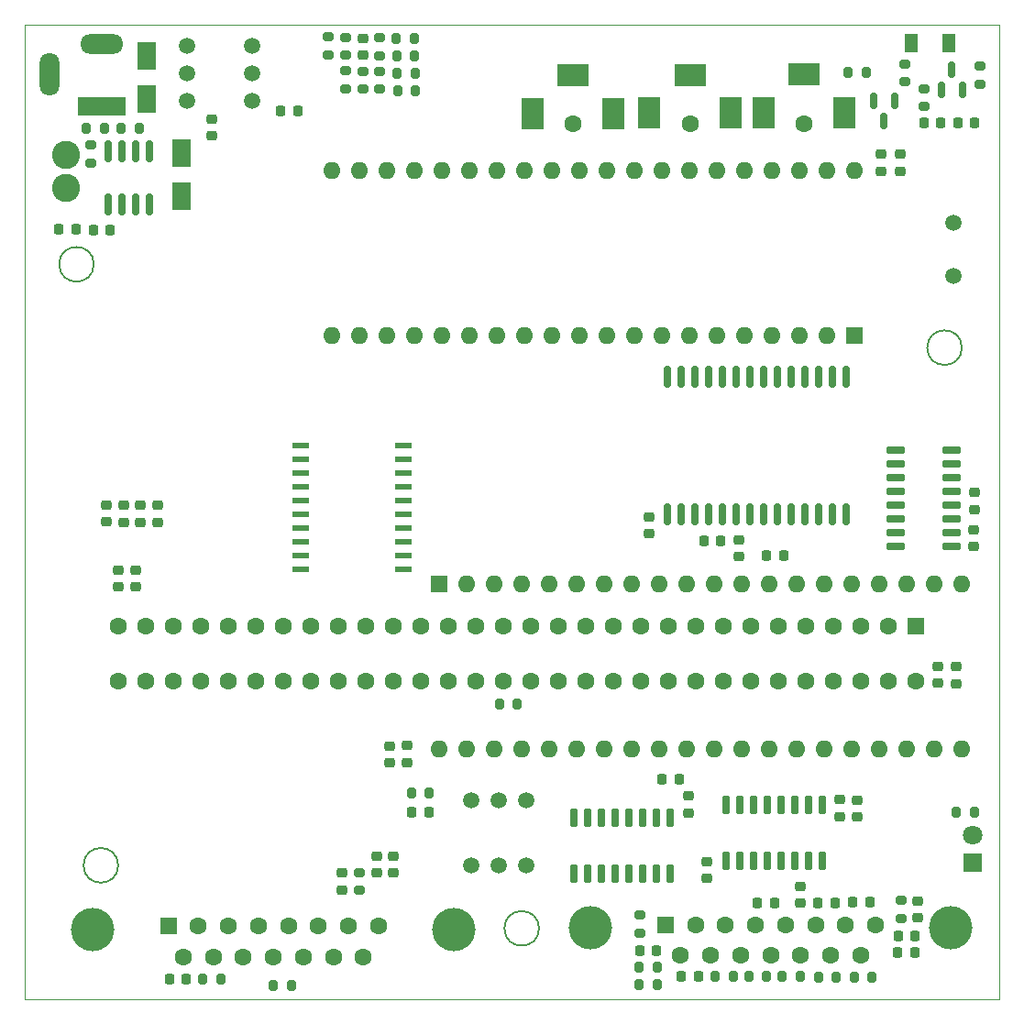
<source format=gbs>
%TF.GenerationSoftware,KiCad,Pcbnew,8.0.7-1.fc39*%
%TF.CreationDate,2025-01-27T15:10:01+03:00*%
%TF.ProjectId,rev.1_f,7265762e-315f-4662-9e6b-696361645f70,rev?*%
%TF.SameCoordinates,Original*%
%TF.FileFunction,Soldermask,Bot*%
%TF.FilePolarity,Negative*%
%FSLAX46Y46*%
G04 Gerber Fmt 4.6, Leading zero omitted, Abs format (unit mm)*
G04 Created by KiCad (PCBNEW 8.0.7-1.fc39) date 2025-01-27 15:10:01*
%MOMM*%
%LPD*%
G01*
G04 APERTURE LIST*
G04 Aperture macros list*
%AMRoundRect*
0 Rectangle with rounded corners*
0 $1 Rounding radius*
0 $2 $3 $4 $5 $6 $7 $8 $9 X,Y pos of 4 corners*
0 Add a 4 corners polygon primitive as box body*
4,1,4,$2,$3,$4,$5,$6,$7,$8,$9,$2,$3,0*
0 Add four circle primitives for the rounded corners*
1,1,$1+$1,$2,$3*
1,1,$1+$1,$4,$5*
1,1,$1+$1,$6,$7*
1,1,$1+$1,$8,$9*
0 Add four rect primitives between the rounded corners*
20,1,$1+$1,$2,$3,$4,$5,0*
20,1,$1+$1,$4,$5,$6,$7,0*
20,1,$1+$1,$6,$7,$8,$9,0*
20,1,$1+$1,$8,$9,$2,$3,0*%
G04 Aperture macros list end*
%ADD10C,4.000000*%
%ADD11R,1.600000X1.600000*%
%ADD12C,1.600000*%
%ADD13C,1.500000*%
%ADD14R,3.000000X2.000000*%
%ADD15R,2.000000X3.000000*%
%ADD16R,4.400000X1.800000*%
%ADD17O,4.000000X1.800000*%
%ADD18O,1.800000X4.000000*%
%ADD19C,2.600000*%
%ADD20R,1.800000X1.800000*%
%ADD21C,1.800000*%
%ADD22RoundRect,0.200000X-0.275000X0.200000X-0.275000X-0.200000X0.275000X-0.200000X0.275000X0.200000X0*%
%ADD23RoundRect,0.225000X0.250000X-0.225000X0.250000X0.225000X-0.250000X0.225000X-0.250000X-0.225000X0*%
%ADD24RoundRect,0.225000X-0.250000X0.225000X-0.250000X-0.225000X0.250000X-0.225000X0.250000X0.225000X0*%
%ADD25RoundRect,0.225000X0.225000X0.250000X-0.225000X0.250000X-0.225000X-0.250000X0.225000X-0.250000X0*%
%ADD26RoundRect,0.218750X0.256250X-0.218750X0.256250X0.218750X-0.256250X0.218750X-0.256250X-0.218750X0*%
%ADD27RoundRect,0.218750X0.218750X0.256250X-0.218750X0.256250X-0.218750X-0.256250X0.218750X-0.256250X0*%
%ADD28RoundRect,0.200000X0.200000X0.275000X-0.200000X0.275000X-0.200000X-0.275000X0.200000X-0.275000X0*%
%ADD29RoundRect,0.218750X-0.256250X0.218750X-0.256250X-0.218750X0.256250X-0.218750X0.256250X0.218750X0*%
%ADD30RoundRect,0.150000X0.150000X-0.725000X0.150000X0.725000X-0.150000X0.725000X-0.150000X-0.725000X0*%
%ADD31RoundRect,0.200000X0.275000X-0.200000X0.275000X0.200000X-0.275000X0.200000X-0.275000X-0.200000X0*%
%ADD32RoundRect,0.200000X-0.200000X-0.275000X0.200000X-0.275000X0.200000X0.275000X-0.200000X0.275000X0*%
%ADD33RoundRect,0.218750X-0.218750X-0.256250X0.218750X-0.256250X0.218750X0.256250X-0.218750X0.256250X0*%
%ADD34O,1.600000X1.600000*%
%ADD35RoundRect,0.150000X-0.725000X-0.150000X0.725000X-0.150000X0.725000X0.150000X-0.725000X0.150000X0*%
%ADD36RoundRect,0.150000X0.150000X-0.825000X0.150000X0.825000X-0.150000X0.825000X-0.150000X-0.825000X0*%
%ADD37RoundRect,0.225000X-0.225000X-0.250000X0.225000X-0.250000X0.225000X0.250000X-0.225000X0.250000X0*%
%ADD38R,1.800000X2.500000*%
%ADD39R,1.300000X1.700000*%
%ADD40RoundRect,0.150000X0.150000X-0.587500X0.150000X0.587500X-0.150000X0.587500X-0.150000X-0.587500X0*%
%ADD41R,1.500000X0.600000*%
%ADD42RoundRect,0.150000X-0.150000X0.875000X-0.150000X-0.875000X0.150000X-0.875000X0.150000X0.875000X0*%
%ADD43RoundRect,0.150000X-0.150000X0.587500X-0.150000X-0.587500X0.150000X-0.587500X0.150000X0.587500X0*%
%TA.AperFunction,Profile*%
%ADD44C,0.200000*%
%TD*%
%TA.AperFunction,Profile*%
%ADD45C,0.100000*%
%TD*%
G04 APERTURE END LIST*
D10*
%TO.C,X5*%
X157350000Y-137580000D03*
X190650000Y-137580000D03*
D11*
X164305000Y-137280000D03*
D12*
X167075000Y-137280000D03*
X169845000Y-137280000D03*
X172615000Y-137280000D03*
X175385000Y-137280000D03*
X178155000Y-137280000D03*
X180925000Y-137280000D03*
X183695000Y-137280000D03*
X165690000Y-140120000D03*
X168460000Y-140120000D03*
X171230000Y-140120000D03*
X174000000Y-140120000D03*
X176770000Y-140120000D03*
X179540000Y-140120000D03*
X182310000Y-140120000D03*
%TD*%
D13*
%TO.C,SW2*%
X120125000Y-61150000D03*
X120125000Y-58610000D03*
X120125000Y-56070000D03*
X126125000Y-61150000D03*
X126125000Y-58610000D03*
X126125000Y-56070000D03*
%TD*%
D12*
%TO.C,X4*%
X155745000Y-63320000D03*
D14*
X155745000Y-58820000D03*
D15*
X159495000Y-62320000D03*
X151995000Y-62320000D03*
%TD*%
D10*
%TO.C,X2*%
X111425000Y-137710000D03*
X144725000Y-137710000D03*
D11*
X118380000Y-137410000D03*
D12*
X121150000Y-137410000D03*
X123920000Y-137410000D03*
X126690000Y-137410000D03*
X129460000Y-137410000D03*
X132230000Y-137410000D03*
X135000000Y-137410000D03*
X137770000Y-137410000D03*
X119765000Y-140250000D03*
X122535000Y-140250000D03*
X125305000Y-140250000D03*
X128075000Y-140250000D03*
X130845000Y-140250000D03*
X133615000Y-140250000D03*
X136385000Y-140250000D03*
%TD*%
D16*
%TO.C,X1*%
X112215000Y-61710000D03*
D17*
X112215000Y-55910000D03*
D18*
X107415000Y-58710000D03*
%TD*%
D19*
%TO.C,L4*%
X108925000Y-69180000D03*
X108925000Y-66180000D03*
%TD*%
D13*
%TO.C,SW1*%
X151435000Y-131770000D03*
X148895000Y-131770000D03*
X146355000Y-131770000D03*
X151435000Y-125770000D03*
X148895000Y-125770000D03*
X146355000Y-125770000D03*
%TD*%
D12*
%TO.C,X6*%
X177085000Y-63250000D03*
D14*
X177085000Y-58750000D03*
D15*
X180835000Y-62250000D03*
X173335000Y-62250000D03*
%TD*%
D20*
%TO.C,D3*%
X192695000Y-131540000D03*
D21*
X192695000Y-129000000D03*
%TD*%
D11*
%TO.C,XP1*%
X187415000Y-109730000D03*
D12*
X184875000Y-109730000D03*
X182335000Y-109730000D03*
X179795000Y-109730000D03*
X177255000Y-109730000D03*
X174715000Y-109730000D03*
X172175000Y-109730000D03*
X169635000Y-109730000D03*
X167095000Y-109730000D03*
X164555000Y-109730000D03*
X162015000Y-109730000D03*
X159475000Y-109730000D03*
X156935000Y-109730000D03*
X154395000Y-109730000D03*
X151855000Y-109730000D03*
X149315000Y-109730000D03*
X146775000Y-109730000D03*
X144235000Y-109730000D03*
X141695000Y-109730000D03*
X139155000Y-109730000D03*
X136615000Y-109730000D03*
X134075000Y-109730000D03*
X131535000Y-109730000D03*
X128995000Y-109730000D03*
X126455000Y-109730000D03*
X123915000Y-109730000D03*
X121375000Y-109730000D03*
X118835000Y-109730000D03*
X116295000Y-109730000D03*
X113755000Y-109730000D03*
X187415000Y-114810000D03*
X184875000Y-114810000D03*
X182335000Y-114810000D03*
X179795000Y-114810000D03*
X177255000Y-114810000D03*
X174715000Y-114810000D03*
X172175000Y-114810000D03*
X169635000Y-114810000D03*
X167095000Y-114810000D03*
X164555000Y-114810000D03*
X162015000Y-114810000D03*
X159475000Y-114810000D03*
X156935000Y-114810000D03*
X154395000Y-114810000D03*
X151855000Y-114810000D03*
X149315000Y-114810000D03*
X146775000Y-114810000D03*
X144235000Y-114810000D03*
X141695000Y-114810000D03*
X139155000Y-114810000D03*
X136615000Y-114810000D03*
X134075000Y-114810000D03*
X131535000Y-114810000D03*
X128995000Y-114810000D03*
X126455000Y-114810000D03*
X123915000Y-114810000D03*
X121375000Y-114810000D03*
X118835000Y-114810000D03*
X116295000Y-114810000D03*
X113755000Y-114810000D03*
%TD*%
%TO.C,X3*%
X166545000Y-63270000D03*
D14*
X166545000Y-58770000D03*
D15*
X170295000Y-62270000D03*
X162795000Y-62270000D03*
%TD*%
D22*
%TO.C,R36*%
X161945000Y-136385000D03*
X161945000Y-138035000D03*
%TD*%
D23*
%TO.C,C6*%
X192765000Y-102325000D03*
X192765000Y-100775000D03*
%TD*%
D24*
%TO.C,C4*%
X138815000Y-120740000D03*
X138815000Y-122290000D03*
%TD*%
D25*
%TO.C,C39*%
X167330000Y-142060000D03*
X165780000Y-142060000D03*
%TD*%
D26*
%TO.C,L7*%
X112685000Y-100077500D03*
X112685000Y-98502500D03*
%TD*%
D24*
%TO.C,C12*%
X162800000Y-99625000D03*
X162800000Y-101175000D03*
%TD*%
D27*
%TO.C,L16*%
X187334500Y-139865000D03*
X185759500Y-139865000D03*
%TD*%
D22*
%TO.C,R19*%
X136345000Y-58435000D03*
X136345000Y-60085000D03*
%TD*%
D28*
%TO.C,R30*%
X183350000Y-142110000D03*
X181700000Y-142110000D03*
%TD*%
D29*
%TO.C,L11*%
X137590000Y-130922500D03*
X137590000Y-132497500D03*
%TD*%
D25*
%TO.C,C21*%
X120050000Y-142260000D03*
X118500000Y-142260000D03*
%TD*%
D30*
%TO.C,DD8*%
X164710000Y-132560000D03*
X163440000Y-132560000D03*
X162170000Y-132560000D03*
X160900000Y-132560000D03*
X159630000Y-132560000D03*
X158360000Y-132560000D03*
X157090000Y-132560000D03*
X155820000Y-132560000D03*
X155820000Y-127410000D03*
X157090000Y-127410000D03*
X158360000Y-127410000D03*
X159630000Y-127410000D03*
X160900000Y-127410000D03*
X162170000Y-127410000D03*
X163440000Y-127410000D03*
X164710000Y-127410000D03*
%TD*%
D22*
%TO.C,R22*%
X133175000Y-55265000D03*
X133175000Y-56915000D03*
%TD*%
D13*
%TO.C,Z1*%
X190900000Y-72450000D03*
X190900000Y-77330000D03*
%TD*%
D29*
%TO.C,L10*%
X113775000Y-104505000D03*
X113775000Y-106080000D03*
%TD*%
D25*
%TO.C,C1*%
X142430000Y-126870000D03*
X140880000Y-126870000D03*
%TD*%
D31*
%TO.C,R32*%
X186395000Y-59400000D03*
X186395000Y-57750000D03*
%TD*%
D32*
%TO.C,R3*%
X114030000Y-63710000D03*
X115680000Y-63710000D03*
%TD*%
D33*
%TO.C,L14*%
X188147500Y-63200000D03*
X189722500Y-63200000D03*
%TD*%
D24*
%TO.C,C17*%
X181995000Y-125745000D03*
X181995000Y-127295000D03*
%TD*%
D31*
%TO.C,R5*%
X111195000Y-66915000D03*
X111195000Y-65265000D03*
%TD*%
D11*
%TO.C,DD2*%
X181770000Y-82865000D03*
D34*
X179230000Y-82865000D03*
X176690000Y-82865000D03*
X174150000Y-82865000D03*
X171610000Y-82865000D03*
X169070000Y-82865000D03*
X166530000Y-82865000D03*
X163990000Y-82865000D03*
X161450000Y-82865000D03*
X158910000Y-82865000D03*
X156370000Y-82865000D03*
X153830000Y-82865000D03*
X151290000Y-82865000D03*
X148750000Y-82865000D03*
X146210000Y-82865000D03*
X143670000Y-82865000D03*
X141130000Y-82865000D03*
X138590000Y-82865000D03*
X136050000Y-82865000D03*
X133510000Y-82865000D03*
X133510000Y-67625000D03*
X136050000Y-67625000D03*
X138590000Y-67625000D03*
X141130000Y-67625000D03*
X143670000Y-67625000D03*
X146210000Y-67625000D03*
X148750000Y-67625000D03*
X151290000Y-67625000D03*
X153830000Y-67625000D03*
X156370000Y-67625000D03*
X158910000Y-67625000D03*
X161450000Y-67625000D03*
X163990000Y-67625000D03*
X166530000Y-67625000D03*
X169070000Y-67625000D03*
X171610000Y-67625000D03*
X174150000Y-67625000D03*
X176690000Y-67625000D03*
X179230000Y-67625000D03*
X181770000Y-67625000D03*
%TD*%
D35*
%TO.C,DD4*%
X185570000Y-102355000D03*
X185570000Y-101085000D03*
X185570000Y-99815000D03*
X185570000Y-98545000D03*
X185570000Y-97275000D03*
X185570000Y-96005000D03*
X185570000Y-94735000D03*
X185570000Y-93465000D03*
X190720000Y-93465000D03*
X190720000Y-94735000D03*
X190720000Y-96005000D03*
X190720000Y-97275000D03*
X190720000Y-98545000D03*
X190720000Y-99815000D03*
X190720000Y-101085000D03*
X190720000Y-102355000D03*
%TD*%
D28*
%TO.C,R40*%
X163530000Y-142760000D03*
X161880000Y-142760000D03*
%TD*%
D24*
%TO.C,C16*%
X117355000Y-98535000D03*
X117355000Y-100085000D03*
%TD*%
D36*
%TO.C,DA1*%
X116670000Y-70765000D03*
X115400000Y-70765000D03*
X114130000Y-70765000D03*
X112860000Y-70765000D03*
X112860000Y-65815000D03*
X114130000Y-65815000D03*
X115400000Y-65815000D03*
X116670000Y-65815000D03*
%TD*%
D25*
%TO.C,C7*%
X113015000Y-73070000D03*
X111465000Y-73070000D03*
%TD*%
D24*
%TO.C,C15*%
X115785000Y-98535000D03*
X115785000Y-100085000D03*
%TD*%
D23*
%TO.C,C22*%
X139170000Y-132485000D03*
X139170000Y-130935000D03*
%TD*%
D30*
%TO.C,DD7*%
X178740000Y-131335000D03*
X177470000Y-131335000D03*
X176200000Y-131335000D03*
X174930000Y-131335000D03*
X173660000Y-131335000D03*
X172390000Y-131335000D03*
X171120000Y-131335000D03*
X169850000Y-131335000D03*
X169850000Y-126185000D03*
X171120000Y-126185000D03*
X172390000Y-126185000D03*
X173660000Y-126185000D03*
X174930000Y-126185000D03*
X176200000Y-126185000D03*
X177470000Y-126185000D03*
X178740000Y-126185000D03*
%TD*%
D28*
%TO.C,R26*%
X141150000Y-58610000D03*
X139500000Y-58610000D03*
%TD*%
D32*
%TO.C,R8*%
X121550000Y-142260000D03*
X123200000Y-142260000D03*
%TD*%
D22*
%TO.C,R20*%
X134745000Y-55295000D03*
X134745000Y-56945000D03*
%TD*%
D24*
%TO.C,C2*%
X122385000Y-62865000D03*
X122385000Y-64415000D03*
%TD*%
D37*
%TO.C,C10*%
X108290000Y-73060000D03*
X109840000Y-73060000D03*
%TD*%
D28*
%TO.C,R12*%
X150600000Y-116880000D03*
X148950000Y-116880000D03*
%TD*%
D25*
%TO.C,C35*%
X163460000Y-139680000D03*
X161910000Y-139680000D03*
%TD*%
D26*
%TO.C,L8*%
X180385000Y-127297500D03*
X180385000Y-125722500D03*
%TD*%
D28*
%TO.C,R6*%
X192810000Y-126850000D03*
X191160000Y-126850000D03*
%TD*%
D11*
%TO.C,DD1*%
X143410000Y-105785000D03*
D34*
X145950000Y-105785000D03*
X148490000Y-105785000D03*
X151030000Y-105785000D03*
X153570000Y-105785000D03*
X156110000Y-105785000D03*
X158650000Y-105785000D03*
X161190000Y-105785000D03*
X163730000Y-105785000D03*
X166270000Y-105785000D03*
X168810000Y-105785000D03*
X171350000Y-105785000D03*
X173890000Y-105785000D03*
X176430000Y-105785000D03*
X178970000Y-105785000D03*
X181510000Y-105785000D03*
X184050000Y-105785000D03*
X186590000Y-105785000D03*
X189130000Y-105785000D03*
X191670000Y-105785000D03*
X191670000Y-121025000D03*
X189130000Y-121025000D03*
X186590000Y-121025000D03*
X184050000Y-121025000D03*
X181510000Y-121025000D03*
X178970000Y-121025000D03*
X176430000Y-121025000D03*
X173890000Y-121025000D03*
X171350000Y-121025000D03*
X168810000Y-121025000D03*
X166270000Y-121025000D03*
X163730000Y-121025000D03*
X161190000Y-121025000D03*
X158650000Y-121025000D03*
X156110000Y-121025000D03*
X153570000Y-121025000D03*
X151030000Y-121025000D03*
X148490000Y-121025000D03*
X145950000Y-121025000D03*
X143410000Y-121025000D03*
%TD*%
D29*
%TO.C,L12*%
X191145000Y-113435000D03*
X191145000Y-115010000D03*
%TD*%
D38*
%TO.C,D2*%
X119565000Y-70000000D03*
X119565000Y-66000000D03*
%TD*%
D32*
%TO.C,R43*%
X181180000Y-58510000D03*
X182830000Y-58510000D03*
%TD*%
D22*
%TO.C,R24*%
X137915000Y-55335000D03*
X137915000Y-56985000D03*
%TD*%
D27*
%TO.C,L6*%
X175187500Y-103200000D03*
X173612500Y-103200000D03*
%TD*%
D31*
%TO.C,R31*%
X193345000Y-59625000D03*
X193345000Y-57975000D03*
%TD*%
D23*
%TO.C,C19*%
X115355000Y-106075000D03*
X115355000Y-104525000D03*
%TD*%
D39*
%TO.C,D4*%
X186975000Y-55800000D03*
X190475000Y-55800000D03*
%TD*%
D28*
%TO.C,R44*%
X170525000Y-142060000D03*
X168875000Y-142060000D03*
%TD*%
D37*
%TO.C,C29*%
X178380000Y-135230000D03*
X179930000Y-135230000D03*
%TD*%
D32*
%TO.C,R29*%
X178400000Y-142090000D03*
X180050000Y-142090000D03*
%TD*%
D28*
%TO.C,R28*%
X141190000Y-60250000D03*
X139540000Y-60250000D03*
%TD*%
D38*
%TO.C,D1*%
X116415000Y-61010000D03*
X116415000Y-57010000D03*
%TD*%
D37*
%TO.C,C42*%
X191290000Y-63170000D03*
X192840000Y-63170000D03*
%TD*%
D40*
%TO.C,Q2*%
X191695000Y-60177500D03*
X189795000Y-60177500D03*
X190745000Y-58302500D03*
%TD*%
D28*
%TO.C,R4*%
X112480000Y-63690000D03*
X110830000Y-63690000D03*
%TD*%
D23*
%TO.C,C5*%
X185973000Y-67675000D03*
X185973000Y-66125000D03*
%TD*%
D22*
%TO.C,R21*%
X134755000Y-58415000D03*
X134755000Y-60065000D03*
%TD*%
D23*
%TO.C,C26*%
X136345000Y-56925000D03*
X136345000Y-55375000D03*
%TD*%
D24*
%TO.C,C14*%
X114265000Y-98535000D03*
X114265000Y-100085000D03*
%TD*%
D28*
%TO.C,R27*%
X141090000Y-55450000D03*
X139440000Y-55450000D03*
%TD*%
D33*
%TO.C,L13*%
X128767500Y-62080000D03*
X130342500Y-62080000D03*
%TD*%
D31*
%TO.C,R7*%
X135990000Y-134085000D03*
X135990000Y-132435000D03*
%TD*%
D41*
%TO.C,DD3*%
X130595000Y-104405000D03*
X130595000Y-103135000D03*
X130595000Y-101865000D03*
X130595000Y-100595000D03*
X130595000Y-99325000D03*
X130595000Y-98055000D03*
X130595000Y-96785000D03*
X130595000Y-95515000D03*
X130595000Y-94245000D03*
X130595000Y-92975000D03*
X140095000Y-92975000D03*
X140095000Y-94245000D03*
X140095000Y-95515000D03*
X140095000Y-96785000D03*
X140095000Y-98055000D03*
X140095000Y-99325000D03*
X140095000Y-100595000D03*
X140095000Y-101865000D03*
X140095000Y-103135000D03*
X140095000Y-104405000D03*
%TD*%
D28*
%TO.C,R42*%
X176715000Y-142070000D03*
X175065000Y-142070000D03*
%TD*%
D31*
%TO.C,R41*%
X188175000Y-61705000D03*
X188175000Y-60055000D03*
%TD*%
D37*
%TO.C,C38*%
X172790000Y-135270000D03*
X174340000Y-135270000D03*
%TD*%
D28*
%TO.C,R39*%
X173630000Y-142070000D03*
X171980000Y-142070000D03*
%TD*%
D23*
%TO.C,C20*%
X134400000Y-134050000D03*
X134400000Y-132500000D03*
%TD*%
D24*
%TO.C,C33*%
X187563000Y-135089000D03*
X187563000Y-136639000D03*
%TD*%
D28*
%TO.C,R1*%
X142480000Y-125092000D03*
X140830000Y-125092000D03*
%TD*%
D29*
%TO.C,L2*%
X184195000Y-66112500D03*
X184195000Y-67687500D03*
%TD*%
D28*
%TO.C,R38*%
X163530000Y-141220000D03*
X161880000Y-141220000D03*
%TD*%
D42*
%TO.C,DD5*%
X164480000Y-86620000D03*
X165750000Y-86620000D03*
X167020000Y-86620000D03*
X168290000Y-86620000D03*
X169560000Y-86620000D03*
X170830000Y-86620000D03*
X172100000Y-86620000D03*
X173370000Y-86620000D03*
X174640000Y-86620000D03*
X175910000Y-86620000D03*
X177180000Y-86620000D03*
X178450000Y-86620000D03*
X179720000Y-86620000D03*
X180990000Y-86620000D03*
X180990000Y-99320000D03*
X179720000Y-99320000D03*
X178450000Y-99320000D03*
X177180000Y-99320000D03*
X175910000Y-99320000D03*
X174640000Y-99320000D03*
X173370000Y-99320000D03*
X172100000Y-99320000D03*
X170830000Y-99320000D03*
X169560000Y-99320000D03*
X168290000Y-99320000D03*
X167020000Y-99320000D03*
X165750000Y-99320000D03*
X164480000Y-99320000D03*
%TD*%
D22*
%TO.C,R33*%
X186039000Y-135039000D03*
X186039000Y-136689000D03*
%TD*%
D24*
%TO.C,C18*%
X166385000Y-125375000D03*
X166385000Y-126925000D03*
%TD*%
D26*
%TO.C,L1*%
X140405000Y-122277500D03*
X140405000Y-120702500D03*
%TD*%
D23*
%TO.C,C34*%
X168135000Y-133010000D03*
X168135000Y-131460000D03*
%TD*%
D33*
%TO.C,L9*%
X163977500Y-123850000D03*
X165552500Y-123850000D03*
%TD*%
D37*
%TO.C,C44*%
X185772000Y-138341000D03*
X187322000Y-138341000D03*
%TD*%
D29*
%TO.C,L3*%
X192795000Y-97330000D03*
X192795000Y-98905000D03*
%TD*%
D37*
%TO.C,C32*%
X181600000Y-135210000D03*
X183150000Y-135210000D03*
%TD*%
D24*
%TO.C,C11*%
X171100000Y-101725000D03*
X171100000Y-103275000D03*
%TD*%
D32*
%TO.C,R11*%
X128075000Y-142850000D03*
X129725000Y-142850000D03*
%TD*%
D22*
%TO.C,R23*%
X137925000Y-58430000D03*
X137925000Y-60080000D03*
%TD*%
D43*
%TO.C,Q1*%
X183535000Y-61152500D03*
X185435000Y-61152500D03*
X184485000Y-63027500D03*
%TD*%
D28*
%TO.C,R25*%
X141130000Y-57060000D03*
X139480000Y-57060000D03*
%TD*%
D23*
%TO.C,C40*%
X176755000Y-135280000D03*
X176755000Y-133730000D03*
%TD*%
D25*
%TO.C,C13*%
X169375000Y-101800000D03*
X167825000Y-101800000D03*
%TD*%
D23*
%TO.C,C25*%
X189475000Y-114975000D03*
X189475000Y-113425000D03*
%TD*%
D44*
X191665000Y-83970000D02*
G75*
G02*
X188465000Y-83970000I-1600000J0D01*
G01*
X188465000Y-83970000D02*
G75*
G02*
X191665000Y-83970000I1600000J0D01*
G01*
X113745000Y-131780000D02*
G75*
G02*
X110545000Y-131780000I-1600000J0D01*
G01*
X110545000Y-131780000D02*
G75*
G02*
X113745000Y-131780000I1600000J0D01*
G01*
D45*
X195135000Y-54130000D02*
X195135000Y-144130000D01*
D44*
X111495000Y-76270000D02*
G75*
G02*
X108295000Y-76270000I-1600000J0D01*
G01*
X108295000Y-76270000D02*
G75*
G02*
X111495000Y-76270000I1600000J0D01*
G01*
D45*
X195135000Y-54130000D02*
X105135000Y-54130000D01*
D44*
X152615000Y-137600000D02*
G75*
G02*
X149415000Y-137600000I-1600000J0D01*
G01*
X149415000Y-137600000D02*
G75*
G02*
X152615000Y-137600000I1600000J0D01*
G01*
D45*
X105135000Y-144130000D02*
X105135000Y-54130000D01*
X195135000Y-144130000D02*
X105135000Y-144130000D01*
M02*

</source>
